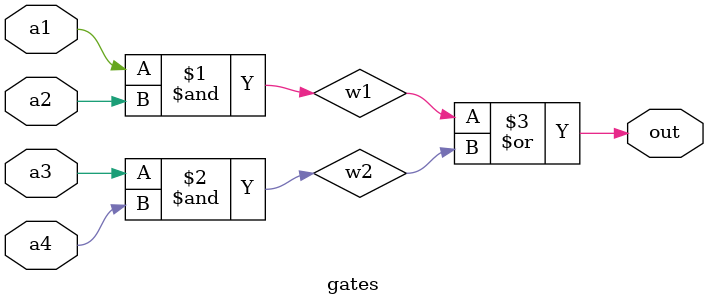
<source format=v>
module gates(a1,a2,a3,a4,out);
input a1,a2,a3,a4;
output out;

wire w1,w2;

and g1(w1,a1,a2);
and g2(w2,a3,a4);
or g3(out,w1,w2);

endmodule

</source>
